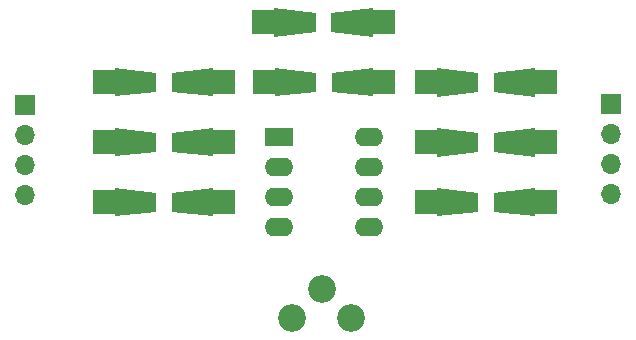
<source format=gts>
G04 #@! TF.FileFunction,Soldermask,Top*
%FSLAX46Y46*%
G04 Gerber Fmt 4.6, Leading zero omitted, Abs format (unit mm)*
G04 Created by KiCad (PCBNEW 4.0.7) date Tuesday, December 19, 2017 'PMt' 12:55:26 PM*
%MOMM*%
%LPD*%
G01*
G04 APERTURE LIST*
%ADD10C,0.100000*%
%ADD11R,1.700000X1.700000*%
%ADD12O,1.700000X1.700000*%
%ADD13R,1.998980X1.998980*%
%ADD14C,2.340000*%
%ADD15R,2.400000X1.600000*%
%ADD16O,2.400000X1.600000*%
G04 APERTURE END LIST*
D10*
D11*
X162001200Y-72910700D03*
D12*
X162001200Y-75450700D03*
X162001200Y-77990700D03*
X162001200Y-80530700D03*
D11*
X112395000Y-72999600D03*
D12*
X112395000Y-75539600D03*
X112395000Y-78079600D03*
X112395000Y-80619600D03*
D10*
G36*
X141818360Y-64828420D02*
X141818360Y-67226180D01*
X138318240Y-66827400D01*
X138318240Y-65227200D01*
X141818360Y-64828420D01*
X141818360Y-64828420D01*
G37*
G36*
X133492240Y-67226180D02*
X133492240Y-64828420D01*
X136992360Y-65227200D01*
X136992360Y-66827400D01*
X133492240Y-67226180D01*
X133492240Y-67226180D01*
G37*
D13*
X142656560Y-66027300D03*
X132654040Y-66027300D03*
D10*
G36*
X141856460Y-69895720D02*
X141856460Y-72293480D01*
X138356340Y-71894700D01*
X138356340Y-70294500D01*
X141856460Y-69895720D01*
X141856460Y-69895720D01*
G37*
G36*
X133530340Y-72293480D02*
X133530340Y-69895720D01*
X137030460Y-70294500D01*
X137030460Y-71894700D01*
X133530340Y-72293480D01*
X133530340Y-72293480D01*
G37*
D13*
X142694660Y-71094600D03*
X132692140Y-71094600D03*
D10*
G36*
X119992140Y-72280780D02*
X119992140Y-69883020D01*
X123492260Y-70281800D01*
X123492260Y-71882000D01*
X119992140Y-72280780D01*
X119992140Y-72280780D01*
G37*
G36*
X128318260Y-69883020D02*
X128318260Y-72280780D01*
X124818140Y-71882000D01*
X124818140Y-70281800D01*
X128318260Y-69883020D01*
X128318260Y-69883020D01*
G37*
D13*
X119153940Y-71081900D03*
X129156460Y-71081900D03*
D10*
G36*
X119966740Y-77373480D02*
X119966740Y-74975720D01*
X123466860Y-75374500D01*
X123466860Y-76974700D01*
X119966740Y-77373480D01*
X119966740Y-77373480D01*
G37*
G36*
X128292860Y-74975720D02*
X128292860Y-77373480D01*
X124792740Y-76974700D01*
X124792740Y-75374500D01*
X128292860Y-74975720D01*
X128292860Y-74975720D01*
G37*
D13*
X119128540Y-76174600D03*
X129131060Y-76174600D03*
D10*
G36*
X119992140Y-82453480D02*
X119992140Y-80055720D01*
X123492260Y-80454500D01*
X123492260Y-82054700D01*
X119992140Y-82453480D01*
X119992140Y-82453480D01*
G37*
G36*
X128318260Y-80055720D02*
X128318260Y-82453480D01*
X124818140Y-82054700D01*
X124818140Y-80454500D01*
X128318260Y-80055720D01*
X128318260Y-80055720D01*
G37*
D13*
X119153940Y-81254600D03*
X129156460Y-81254600D03*
D10*
G36*
X147220940Y-72306180D02*
X147220940Y-69908420D01*
X150721060Y-70307200D01*
X150721060Y-71907400D01*
X147220940Y-72306180D01*
X147220940Y-72306180D01*
G37*
G36*
X155547060Y-69908420D02*
X155547060Y-72306180D01*
X152046940Y-71907400D01*
X152046940Y-70307200D01*
X155547060Y-69908420D01*
X155547060Y-69908420D01*
G37*
D13*
X146382740Y-71107300D03*
X156385260Y-71107300D03*
D10*
G36*
X147233640Y-77386180D02*
X147233640Y-74988420D01*
X150733760Y-75387200D01*
X150733760Y-76987400D01*
X147233640Y-77386180D01*
X147233640Y-77386180D01*
G37*
G36*
X155559760Y-74988420D02*
X155559760Y-77386180D01*
X152059640Y-76987400D01*
X152059640Y-75387200D01*
X155559760Y-74988420D01*
X155559760Y-74988420D01*
G37*
D13*
X146395440Y-76187300D03*
X156397960Y-76187300D03*
D10*
G36*
X147259040Y-82453480D02*
X147259040Y-80055720D01*
X150759160Y-80454500D01*
X150759160Y-82054700D01*
X147259040Y-82453480D01*
X147259040Y-82453480D01*
G37*
G36*
X155585160Y-80055720D02*
X155585160Y-82453480D01*
X152085040Y-82054700D01*
X152085040Y-80454500D01*
X155585160Y-80055720D01*
X155585160Y-80055720D01*
G37*
D13*
X146420840Y-81254600D03*
X156423360Y-81254600D03*
D14*
X140001000Y-91059000D03*
X137501000Y-88559000D03*
X135001000Y-91059000D03*
D15*
X133858000Y-75692000D03*
D16*
X141478000Y-83312000D03*
X133858000Y-78232000D03*
X141478000Y-80772000D03*
X133858000Y-80772000D03*
X141478000Y-78232000D03*
X133858000Y-83312000D03*
X141478000Y-75692000D03*
M02*

</source>
